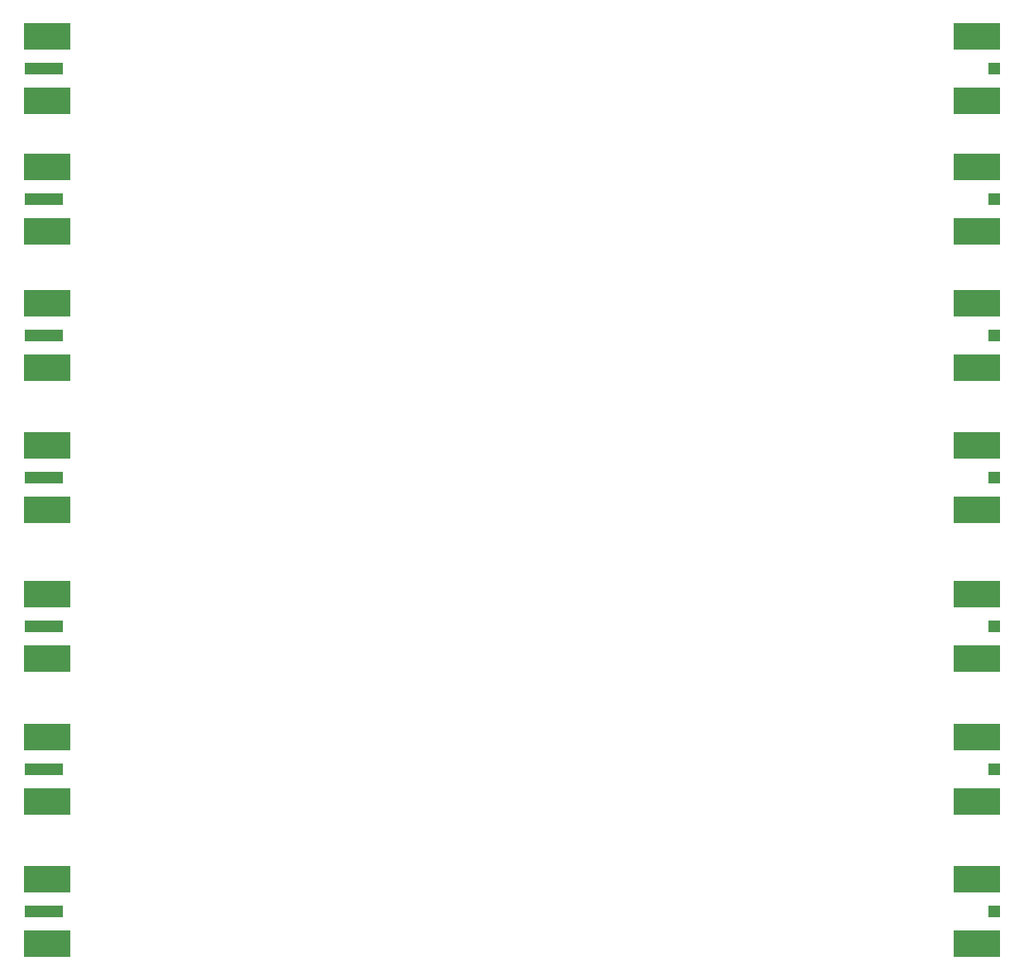
<source format=gts>
G04 EAGLE Gerber RS-274X export*
G75*
%MOMM*%
%FSLAX34Y34*%
%LPD*%
%INTop Solder Mask*%
%IPPOS*%
%AMOC8*
5,1,8,0,0,1.08239X$1,22.5*%
G01*
%ADD10R,4.699000X2.667000*%
%ADD11R,1.143000X1.143000*%
%ADD12C,0.681000*%
%ADD13R,3.937000X1.143000*%


D10*
X974090Y102870D03*
X974090Y36830D03*
D11*
X991870Y69850D03*
D12*
X985520Y109220D03*
X960120Y109220D03*
X985520Y30480D03*
X960120Y30480D03*
X972820Y30480D03*
X972820Y109220D03*
D10*
X22860Y36830D03*
X22860Y102870D03*
D13*
X19050Y69850D03*
D12*
X11430Y30480D03*
X36830Y30480D03*
X11430Y109220D03*
X36830Y109220D03*
X24130Y109220D03*
X24130Y30480D03*
D10*
X974090Y248920D03*
X974090Y182880D03*
D11*
X991870Y215900D03*
D12*
X985520Y255270D03*
X960120Y255270D03*
X985520Y176530D03*
X960120Y176530D03*
X972820Y176530D03*
X972820Y255270D03*
D10*
X22860Y182880D03*
X22860Y248920D03*
D13*
X19050Y215900D03*
D12*
X11430Y176530D03*
X36830Y176530D03*
X11430Y255270D03*
X36830Y255270D03*
X24130Y255270D03*
X24130Y176530D03*
D10*
X974090Y547370D03*
X974090Y481330D03*
D11*
X991870Y514350D03*
D12*
X985520Y553720D03*
X960120Y553720D03*
X985520Y474980D03*
X960120Y474980D03*
X972820Y474980D03*
X972820Y553720D03*
D10*
X22860Y481330D03*
X22860Y547370D03*
D13*
X19050Y514350D03*
D12*
X11430Y474980D03*
X36830Y474980D03*
X11430Y553720D03*
X36830Y553720D03*
X24130Y553720D03*
X24130Y474980D03*
D10*
X974090Y693420D03*
X974090Y627380D03*
D11*
X991870Y660400D03*
D12*
X985520Y699770D03*
X960120Y699770D03*
X985520Y621030D03*
X960120Y621030D03*
X972820Y621030D03*
X972820Y699770D03*
D10*
X22860Y627380D03*
X22860Y693420D03*
D13*
X19050Y660400D03*
D12*
X11430Y621030D03*
X36830Y621030D03*
X11430Y699770D03*
X36830Y699770D03*
X24130Y699770D03*
X24130Y621030D03*
D10*
X22860Y767080D03*
X22860Y833120D03*
D13*
X19050Y800100D03*
D12*
X11430Y760730D03*
X36830Y760730D03*
X11430Y839470D03*
X36830Y839470D03*
X24130Y839470D03*
X24130Y760730D03*
D10*
X974090Y833120D03*
X974090Y767080D03*
D11*
X991870Y800100D03*
D12*
X985520Y839470D03*
X960120Y839470D03*
X985520Y760730D03*
X960120Y760730D03*
X972820Y760730D03*
X972820Y839470D03*
D10*
X22860Y900430D03*
X22860Y966470D03*
D13*
X19050Y933450D03*
D12*
X11430Y894080D03*
X36830Y894080D03*
X11430Y972820D03*
X36830Y972820D03*
X24130Y972820D03*
X24130Y894080D03*
D10*
X974090Y966470D03*
X974090Y900430D03*
D11*
X991870Y933450D03*
D12*
X985520Y972820D03*
X960120Y972820D03*
X985520Y894080D03*
X960120Y894080D03*
X972820Y894080D03*
X972820Y972820D03*
D10*
X22860Y328930D03*
X22860Y394970D03*
D13*
X19050Y361950D03*
D12*
X11430Y322580D03*
X36830Y322580D03*
X11430Y401320D03*
X36830Y401320D03*
X24130Y401320D03*
X24130Y322580D03*
D10*
X974090Y394970D03*
X974090Y328930D03*
D11*
X991870Y361950D03*
D12*
X985520Y401320D03*
X960120Y401320D03*
X985520Y322580D03*
X960120Y322580D03*
X972820Y322580D03*
X972820Y401320D03*
M02*

</source>
